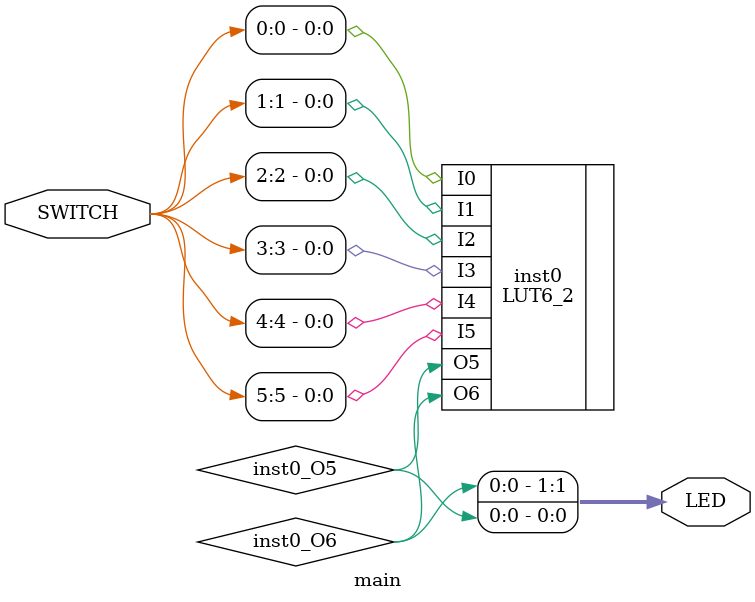
<source format=v>
module main (output [1:0] LED, input [5:0] SWITCH);
wire  inst0_O5;
wire  inst0_O6;
LUT6_2 #(.INIT(64'h55555555AAAAAAAA)) inst0 (.I0(SWITCH[0]), .I1(SWITCH[1]), .I2(SWITCH[2]), .I3(SWITCH[3]), .I4(SWITCH[4]), .I5(SWITCH[5]), .O5(inst0_O5), .O6(inst0_O6));
assign LED = {inst0_O6,inst0_O5};
endmodule


</source>
